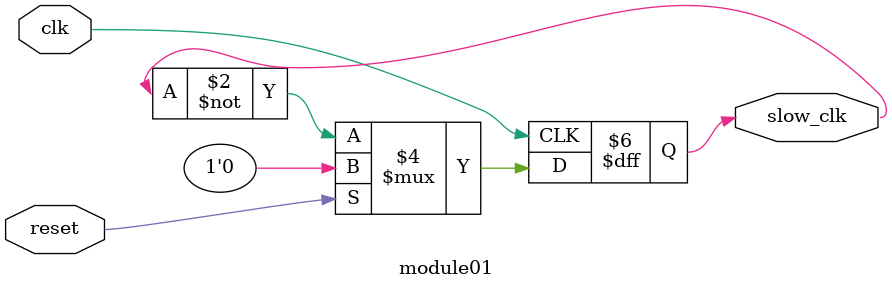
<source format=v>
module module01(
    output reg slow_clk,
    input clk,
    input reset
);

    always @(posedge clk) begin
        if (reset) begin
            slow_clk <= 0;
        end else begin
            slow_clk <= ~slow_clk;
        end
    end

endmodule
</source>
